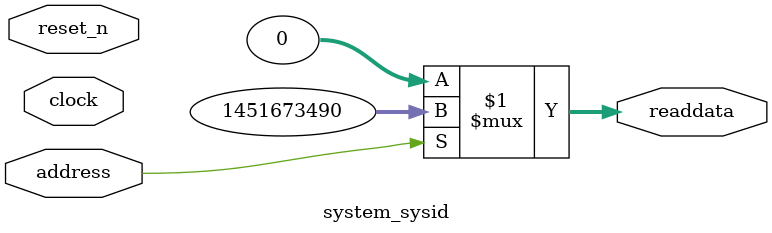
<source format=v>



// synthesis translate_off
`timescale 1ns / 1ps
// synthesis translate_on

// turn off superfluous verilog processor warnings 
// altera message_level Level1 
// altera message_off 10034 10035 10036 10037 10230 10240 10030 

module system_sysid (
               // inputs:
                address,
                clock,
                reset_n,

               // outputs:
                readdata
             )
;

  output  [ 31: 0] readdata;
  input            address;
  input            clock;
  input            reset_n;

  wire    [ 31: 0] readdata;
  //control_slave, which is an e_avalon_slave
  assign readdata = address ? 1451673490 : 0;

endmodule




</source>
